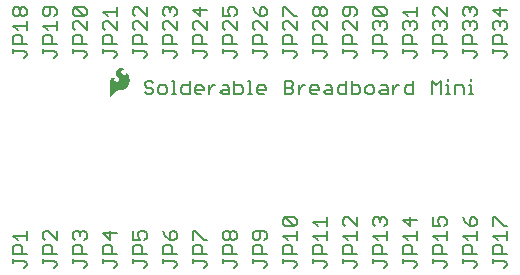
<source format=gbr>
G04 EAGLE Gerber RS-274X export*
G75*
%MOMM*%
%FSLAX34Y34*%
%LPD*%
%INSilkscreen Top*%
%IPPOS*%
%AMOC8*
5,1,8,0,0,1.08239X$1,22.5*%
G01*
%ADD10C,0.203200*%
%ADD11C,0.127000*%

G36*
X76855Y156150D02*
X76855Y156150D01*
X76855Y156248D01*
X77354Y156746D01*
X77354Y156747D01*
X77654Y157247D01*
X78154Y157746D01*
X78154Y157747D01*
X78654Y158347D01*
X79854Y159546D01*
X79854Y159547D01*
X80454Y160247D01*
X81054Y160946D01*
X82053Y161946D01*
X82553Y162246D01*
X83052Y162545D01*
X83650Y162645D01*
X85550Y162645D01*
X85551Y162645D01*
X86751Y162845D01*
X87851Y163145D01*
X87852Y163146D01*
X87852Y163145D01*
X88852Y163545D01*
X88852Y163546D01*
X88853Y163546D01*
X89853Y164146D01*
X90653Y164846D01*
X90654Y164846D01*
X91454Y165646D01*
X91454Y165647D01*
X92154Y166547D01*
X92154Y166548D01*
X93154Y168348D01*
X93155Y168349D01*
X93655Y170249D01*
X93655Y170250D01*
X93755Y171950D01*
X93755Y171951D01*
X93455Y173551D01*
X93455Y173552D01*
X92955Y175052D01*
X92954Y175052D01*
X92954Y175053D01*
X92254Y176153D01*
X91454Y177053D01*
X91453Y177053D01*
X91453Y177054D01*
X90653Y177554D01*
X90651Y177554D01*
X90651Y177555D01*
X90649Y177554D01*
X90646Y177553D01*
X90646Y177551D01*
X90645Y177550D01*
X90645Y176651D01*
X90545Y176352D01*
X90446Y176153D01*
X90147Y175854D01*
X89849Y175755D01*
X89551Y175755D01*
X88752Y175955D01*
X88352Y176154D01*
X88053Y176354D01*
X87653Y176654D01*
X87054Y177253D01*
X86854Y177553D01*
X86655Y177852D01*
X86555Y178251D01*
X86555Y178849D01*
X86655Y179148D01*
X86754Y179348D01*
X86954Y179647D01*
X87353Y179946D01*
X87752Y180145D01*
X88251Y180245D01*
X88651Y180345D01*
X89249Y180345D01*
X89448Y180246D01*
X89449Y180246D01*
X89450Y180245D01*
X89550Y180245D01*
X89551Y180246D01*
X89553Y180246D01*
X89553Y180248D01*
X89555Y180249D01*
X89553Y180251D01*
X89554Y180254D01*
X89454Y180354D01*
X89453Y180354D01*
X89053Y180654D01*
X89052Y180654D01*
X87652Y181354D01*
X87651Y181354D01*
X87651Y181355D01*
X86751Y181555D01*
X86750Y181555D01*
X85750Y181555D01*
X85749Y181555D01*
X84649Y181355D01*
X84648Y181354D01*
X83548Y180754D01*
X83547Y180754D01*
X82647Y180054D01*
X82647Y180053D01*
X82646Y180053D01*
X82146Y179253D01*
X82146Y179252D01*
X82145Y179252D01*
X81845Y178352D01*
X81845Y178351D01*
X81846Y178351D01*
X81845Y178350D01*
X81845Y177550D01*
X81846Y177549D01*
X81845Y177549D01*
X82045Y176649D01*
X82046Y176648D01*
X82546Y175748D01*
X82546Y175747D01*
X83246Y174947D01*
X84046Y174047D01*
X84046Y174046D01*
X84746Y173347D01*
X85045Y172549D01*
X85045Y171851D01*
X84846Y171253D01*
X84447Y170754D01*
X83848Y170355D01*
X83049Y170155D01*
X82250Y170155D01*
X81751Y170255D01*
X81253Y170454D01*
X80654Y171053D01*
X80455Y171352D01*
X80355Y171651D01*
X80355Y172049D01*
X80454Y172347D01*
X81053Y172946D01*
X81352Y173045D01*
X81352Y173046D01*
X81752Y173246D01*
X81753Y173247D01*
X81754Y173246D01*
X81854Y173346D01*
X81854Y173347D01*
X81854Y173349D01*
X81854Y173353D01*
X81853Y173353D01*
X81852Y173354D01*
X81452Y173554D01*
X81451Y173554D01*
X81450Y173555D01*
X80250Y173555D01*
X80249Y173555D01*
X79649Y173455D01*
X79149Y173355D01*
X79149Y173354D01*
X79148Y173355D01*
X78648Y173155D01*
X78648Y173154D01*
X78647Y173154D01*
X78247Y172854D01*
X77747Y172454D01*
X77747Y172453D01*
X77746Y172453D01*
X77146Y171453D01*
X77146Y171452D01*
X77145Y171451D01*
X76945Y170751D01*
X76845Y169951D01*
X76845Y169950D01*
X76845Y156150D01*
X76849Y156145D01*
X76855Y156150D01*
G37*
D10*
X113384Y168664D02*
X111605Y170443D01*
X108046Y170443D01*
X106266Y168664D01*
X106266Y166884D01*
X108046Y165105D01*
X111605Y165105D01*
X113384Y163325D01*
X113384Y161546D01*
X111605Y159766D01*
X108046Y159766D01*
X106266Y161546D01*
X119739Y159766D02*
X123299Y159766D01*
X125078Y161546D01*
X125078Y165105D01*
X123299Y166884D01*
X119739Y166884D01*
X117960Y165105D01*
X117960Y161546D01*
X119739Y159766D01*
X129654Y170443D02*
X131433Y170443D01*
X131433Y159766D01*
X129654Y159766D02*
X133213Y159766D01*
X144568Y159766D02*
X144568Y170443D01*
X144568Y159766D02*
X139229Y159766D01*
X137450Y161546D01*
X137450Y165105D01*
X139229Y166884D01*
X144568Y166884D01*
X150923Y159766D02*
X154482Y159766D01*
X150923Y159766D02*
X149144Y161546D01*
X149144Y165105D01*
X150923Y166884D01*
X154482Y166884D01*
X156262Y165105D01*
X156262Y163325D01*
X149144Y163325D01*
X160838Y159766D02*
X160838Y166884D01*
X160838Y163325D02*
X164397Y166884D01*
X166176Y166884D01*
X172362Y166884D02*
X175921Y166884D01*
X177701Y165105D01*
X177701Y159766D01*
X172362Y159766D01*
X170583Y161546D01*
X172362Y163325D01*
X177701Y163325D01*
X182277Y159766D02*
X182277Y170443D01*
X182277Y159766D02*
X187615Y159766D01*
X189395Y161546D01*
X189395Y165105D01*
X187615Y166884D01*
X182277Y166884D01*
X193971Y170443D02*
X195750Y170443D01*
X195750Y159766D01*
X193971Y159766D02*
X197530Y159766D01*
X203546Y159766D02*
X207105Y159766D01*
X203546Y159766D02*
X201767Y161546D01*
X201767Y165105D01*
X203546Y166884D01*
X207105Y166884D01*
X208885Y165105D01*
X208885Y163325D01*
X201767Y163325D01*
X225155Y159766D02*
X225155Y170443D01*
X230493Y170443D01*
X232273Y168664D01*
X232273Y166884D01*
X230493Y165105D01*
X232273Y163325D01*
X232273Y161546D01*
X230493Y159766D01*
X225155Y159766D01*
X225155Y165105D02*
X230493Y165105D01*
X236849Y166884D02*
X236849Y159766D01*
X236849Y163325D02*
X240408Y166884D01*
X242187Y166884D01*
X248373Y159766D02*
X251932Y159766D01*
X248373Y159766D02*
X246594Y161546D01*
X246594Y165105D01*
X248373Y166884D01*
X251932Y166884D01*
X253712Y165105D01*
X253712Y163325D01*
X246594Y163325D01*
X260067Y166884D02*
X263626Y166884D01*
X265406Y165105D01*
X265406Y159766D01*
X260067Y159766D01*
X258288Y161546D01*
X260067Y163325D01*
X265406Y163325D01*
X277100Y159766D02*
X277100Y170443D01*
X277100Y159766D02*
X271761Y159766D01*
X269982Y161546D01*
X269982Y165105D01*
X271761Y166884D01*
X277100Y166884D01*
X281676Y170443D02*
X281676Y159766D01*
X287014Y159766D01*
X288794Y161546D01*
X288794Y165105D01*
X287014Y166884D01*
X281676Y166884D01*
X295149Y159766D02*
X298708Y159766D01*
X300488Y161546D01*
X300488Y165105D01*
X298708Y166884D01*
X295149Y166884D01*
X293369Y165105D01*
X293369Y161546D01*
X295149Y159766D01*
X306843Y166884D02*
X310402Y166884D01*
X312182Y165105D01*
X312182Y159766D01*
X306843Y159766D01*
X305063Y161546D01*
X306843Y163325D01*
X312182Y163325D01*
X316757Y159766D02*
X316757Y166884D01*
X316757Y163325D02*
X320316Y166884D01*
X322096Y166884D01*
X333620Y170443D02*
X333620Y159766D01*
X328282Y159766D01*
X326502Y161546D01*
X326502Y165105D01*
X328282Y166884D01*
X333620Y166884D01*
X349890Y170443D02*
X349890Y159766D01*
X353449Y166884D02*
X349890Y170443D01*
X353449Y166884D02*
X357008Y170443D01*
X357008Y159766D01*
X361584Y166884D02*
X363364Y166884D01*
X363364Y159766D01*
X365143Y159766D02*
X361584Y159766D01*
X363364Y170443D02*
X363364Y172223D01*
X369380Y166884D02*
X369380Y159766D01*
X369380Y166884D02*
X374719Y166884D01*
X376498Y165105D01*
X376498Y159766D01*
X381074Y166884D02*
X382854Y166884D01*
X382854Y159766D01*
X384633Y159766D02*
X381074Y159766D01*
X382854Y170443D02*
X382854Y172223D01*
D11*
X6477Y14480D02*
X4570Y12573D01*
X6477Y14480D02*
X6477Y16386D01*
X4570Y18293D01*
X-4963Y18293D01*
X-4963Y16386D02*
X-4963Y20200D01*
X-4963Y24267D02*
X6477Y24267D01*
X-4963Y24267D02*
X-4963Y29987D01*
X-3056Y31893D01*
X757Y31893D01*
X2664Y29987D01*
X2664Y24267D01*
X-1150Y35961D02*
X-4963Y39774D01*
X6477Y39774D01*
X6477Y35961D02*
X6477Y43587D01*
X31877Y14480D02*
X29970Y12573D01*
X31877Y14480D02*
X31877Y16386D01*
X29970Y18293D01*
X20437Y18293D01*
X20437Y16386D02*
X20437Y20200D01*
X20437Y24267D02*
X31877Y24267D01*
X20437Y24267D02*
X20437Y29987D01*
X22344Y31893D01*
X26157Y31893D01*
X28064Y29987D01*
X28064Y24267D01*
X31877Y35961D02*
X31877Y43587D01*
X31877Y35961D02*
X24251Y43587D01*
X22344Y43587D01*
X20437Y41681D01*
X20437Y37868D01*
X22344Y35961D01*
X55370Y12573D02*
X57277Y14480D01*
X57277Y16386D01*
X55370Y18293D01*
X45837Y18293D01*
X45837Y16386D02*
X45837Y20200D01*
X45837Y24267D02*
X57277Y24267D01*
X45837Y24267D02*
X45837Y29987D01*
X47744Y31893D01*
X51557Y31893D01*
X53464Y29987D01*
X53464Y24267D01*
X47744Y35961D02*
X45837Y37868D01*
X45837Y41681D01*
X47744Y43587D01*
X49651Y43587D01*
X51557Y41681D01*
X51557Y39774D01*
X51557Y41681D02*
X53464Y43587D01*
X55370Y43587D01*
X57277Y41681D01*
X57277Y37868D01*
X55370Y35961D01*
X80770Y12573D02*
X82677Y14480D01*
X82677Y16386D01*
X80770Y18293D01*
X71237Y18293D01*
X71237Y16386D02*
X71237Y20200D01*
X71237Y24267D02*
X82677Y24267D01*
X71237Y24267D02*
X71237Y29987D01*
X73144Y31893D01*
X76957Y31893D01*
X78864Y29987D01*
X78864Y24267D01*
X82677Y41681D02*
X71237Y41681D01*
X76957Y35961D01*
X76957Y43587D01*
X106170Y12573D02*
X108077Y14480D01*
X108077Y16386D01*
X106170Y18293D01*
X96637Y18293D01*
X96637Y16386D02*
X96637Y20200D01*
X96637Y24267D02*
X108077Y24267D01*
X96637Y24267D02*
X96637Y29987D01*
X98544Y31893D01*
X102357Y31893D01*
X104264Y29987D01*
X104264Y24267D01*
X96637Y35961D02*
X96637Y43587D01*
X96637Y35961D02*
X102357Y35961D01*
X100451Y39774D01*
X100451Y41681D01*
X102357Y43587D01*
X106170Y43587D01*
X108077Y41681D01*
X108077Y37868D01*
X106170Y35961D01*
X131570Y12573D02*
X133477Y14480D01*
X133477Y16386D01*
X131570Y18293D01*
X122037Y18293D01*
X122037Y16386D02*
X122037Y20200D01*
X122037Y24267D02*
X133477Y24267D01*
X122037Y24267D02*
X122037Y29987D01*
X123944Y31893D01*
X127757Y31893D01*
X129664Y29987D01*
X129664Y24267D01*
X123944Y39774D02*
X122037Y43587D01*
X123944Y39774D02*
X127757Y35961D01*
X131570Y35961D01*
X133477Y37868D01*
X133477Y41681D01*
X131570Y43587D01*
X129664Y43587D01*
X127757Y41681D01*
X127757Y35961D01*
X156970Y12573D02*
X158877Y14480D01*
X158877Y16386D01*
X156970Y18293D01*
X147437Y18293D01*
X147437Y16386D02*
X147437Y20200D01*
X147437Y24267D02*
X158877Y24267D01*
X147437Y24267D02*
X147437Y29987D01*
X149344Y31893D01*
X153157Y31893D01*
X155064Y29987D01*
X155064Y24267D01*
X147437Y35961D02*
X147437Y43587D01*
X149344Y43587D01*
X156970Y35961D01*
X158877Y35961D01*
X182370Y12573D02*
X184277Y14480D01*
X184277Y16386D01*
X182370Y18293D01*
X172837Y18293D01*
X172837Y16386D02*
X172837Y20200D01*
X172837Y24267D02*
X184277Y24267D01*
X172837Y24267D02*
X172837Y29987D01*
X174744Y31893D01*
X178557Y31893D01*
X180464Y29987D01*
X180464Y24267D01*
X174744Y35961D02*
X172837Y37868D01*
X172837Y41681D01*
X174744Y43587D01*
X176651Y43587D01*
X178557Y41681D01*
X180464Y43587D01*
X182370Y43587D01*
X184277Y41681D01*
X184277Y37868D01*
X182370Y35961D01*
X180464Y35961D01*
X178557Y37868D01*
X176651Y35961D01*
X174744Y35961D01*
X178557Y37868D02*
X178557Y41681D01*
X207770Y12573D02*
X209677Y14480D01*
X209677Y16386D01*
X207770Y18293D01*
X198237Y18293D01*
X198237Y16386D02*
X198237Y20200D01*
X198237Y24267D02*
X209677Y24267D01*
X198237Y24267D02*
X198237Y29987D01*
X200144Y31893D01*
X203957Y31893D01*
X205864Y29987D01*
X205864Y24267D01*
X207770Y35961D02*
X209677Y37868D01*
X209677Y41681D01*
X207770Y43587D01*
X200144Y43587D01*
X198237Y41681D01*
X198237Y37868D01*
X200144Y35961D01*
X202051Y35961D01*
X203957Y37868D01*
X203957Y43587D01*
X233170Y12573D02*
X235077Y14480D01*
X235077Y16386D01*
X233170Y18293D01*
X223637Y18293D01*
X223637Y16386D02*
X223637Y20200D01*
X223637Y24267D02*
X235077Y24267D01*
X223637Y24267D02*
X223637Y29987D01*
X225544Y31893D01*
X229357Y31893D01*
X231264Y29987D01*
X231264Y24267D01*
X227451Y35961D02*
X223637Y39774D01*
X235077Y39774D01*
X235077Y35961D02*
X235077Y43587D01*
X233170Y47655D02*
X225544Y47655D01*
X223637Y49562D01*
X223637Y53375D01*
X225544Y55281D01*
X233170Y55281D01*
X235077Y53375D01*
X235077Y49562D01*
X233170Y47655D01*
X225544Y55281D01*
X260477Y14480D02*
X258570Y12573D01*
X260477Y14480D02*
X260477Y16386D01*
X258570Y18293D01*
X249037Y18293D01*
X249037Y16386D02*
X249037Y20200D01*
X249037Y24267D02*
X260477Y24267D01*
X249037Y24267D02*
X249037Y29987D01*
X250944Y31893D01*
X254757Y31893D01*
X256664Y29987D01*
X256664Y24267D01*
X252851Y35961D02*
X249037Y39774D01*
X260477Y39774D01*
X260477Y35961D02*
X260477Y43587D01*
X252851Y47655D02*
X249037Y51468D01*
X260477Y51468D01*
X260477Y47655D02*
X260477Y55281D01*
X285877Y14480D02*
X283970Y12573D01*
X285877Y14480D02*
X285877Y16386D01*
X283970Y18293D01*
X274437Y18293D01*
X274437Y16386D02*
X274437Y20200D01*
X274437Y24267D02*
X285877Y24267D01*
X274437Y24267D02*
X274437Y29987D01*
X276344Y31893D01*
X280157Y31893D01*
X282064Y29987D01*
X282064Y24267D01*
X278251Y35961D02*
X274437Y39774D01*
X285877Y39774D01*
X285877Y35961D02*
X285877Y43587D01*
X285877Y47655D02*
X285877Y55281D01*
X285877Y47655D02*
X278251Y55281D01*
X276344Y55281D01*
X274437Y53375D01*
X274437Y49562D01*
X276344Y47655D01*
X311277Y14480D02*
X309370Y12573D01*
X311277Y14480D02*
X311277Y16386D01*
X309370Y18293D01*
X299837Y18293D01*
X299837Y16386D02*
X299837Y20200D01*
X299837Y24267D02*
X311277Y24267D01*
X299837Y24267D02*
X299837Y29987D01*
X301744Y31893D01*
X305557Y31893D01*
X307464Y29987D01*
X307464Y24267D01*
X303651Y35961D02*
X299837Y39774D01*
X311277Y39774D01*
X311277Y35961D02*
X311277Y43587D01*
X301744Y47655D02*
X299837Y49562D01*
X299837Y53375D01*
X301744Y55281D01*
X303651Y55281D01*
X305557Y53375D01*
X305557Y51468D01*
X305557Y53375D02*
X307464Y55281D01*
X309370Y55281D01*
X311277Y53375D01*
X311277Y49562D01*
X309370Y47655D01*
X336677Y14480D02*
X334770Y12573D01*
X336677Y14480D02*
X336677Y16386D01*
X334770Y18293D01*
X325237Y18293D01*
X325237Y16386D02*
X325237Y20200D01*
X325237Y24267D02*
X336677Y24267D01*
X325237Y24267D02*
X325237Y29987D01*
X327144Y31893D01*
X330957Y31893D01*
X332864Y29987D01*
X332864Y24267D01*
X329051Y35961D02*
X325237Y39774D01*
X336677Y39774D01*
X336677Y35961D02*
X336677Y43587D01*
X336677Y53375D02*
X325237Y53375D01*
X330957Y47655D01*
X330957Y55281D01*
X362077Y14480D02*
X360170Y12573D01*
X362077Y14480D02*
X362077Y16386D01*
X360170Y18293D01*
X350637Y18293D01*
X350637Y16386D02*
X350637Y20200D01*
X350637Y24267D02*
X362077Y24267D01*
X350637Y24267D02*
X350637Y29987D01*
X352544Y31893D01*
X356357Y31893D01*
X358264Y29987D01*
X358264Y24267D01*
X354451Y35961D02*
X350637Y39774D01*
X362077Y39774D01*
X362077Y35961D02*
X362077Y43587D01*
X350637Y47655D02*
X350637Y55281D01*
X350637Y47655D02*
X356357Y47655D01*
X354451Y51468D01*
X354451Y53375D01*
X356357Y55281D01*
X360170Y55281D01*
X362077Y53375D01*
X362077Y49562D01*
X360170Y47655D01*
X387477Y14480D02*
X385570Y12573D01*
X387477Y14480D02*
X387477Y16386D01*
X385570Y18293D01*
X376037Y18293D01*
X376037Y16386D02*
X376037Y20200D01*
X376037Y24267D02*
X387477Y24267D01*
X376037Y24267D02*
X376037Y29987D01*
X377944Y31893D01*
X381757Y31893D01*
X383664Y29987D01*
X383664Y24267D01*
X379851Y35961D02*
X376037Y39774D01*
X387477Y39774D01*
X387477Y35961D02*
X387477Y43587D01*
X377944Y51468D02*
X376037Y55281D01*
X377944Y51468D02*
X381757Y47655D01*
X385570Y47655D01*
X387477Y49562D01*
X387477Y53375D01*
X385570Y55281D01*
X383664Y55281D01*
X381757Y53375D01*
X381757Y47655D01*
X412877Y14480D02*
X410970Y12573D01*
X412877Y14480D02*
X412877Y16386D01*
X410970Y18293D01*
X401437Y18293D01*
X401437Y16386D02*
X401437Y20200D01*
X401437Y24267D02*
X412877Y24267D01*
X401437Y24267D02*
X401437Y29987D01*
X403344Y31893D01*
X407157Y31893D01*
X409064Y29987D01*
X409064Y24267D01*
X405251Y35961D02*
X401437Y39774D01*
X412877Y39774D01*
X412877Y35961D02*
X412877Y43587D01*
X401437Y47655D02*
X401437Y55281D01*
X403344Y55281D01*
X410970Y47655D01*
X412877Y47655D01*
X6477Y192280D02*
X4570Y190373D01*
X6477Y192280D02*
X6477Y194186D01*
X4570Y196093D01*
X-4963Y196093D01*
X-4963Y194186D02*
X-4963Y198000D01*
X-4963Y202067D02*
X6477Y202067D01*
X-4963Y202067D02*
X-4963Y207787D01*
X-3056Y209693D01*
X757Y209693D01*
X2664Y207787D01*
X2664Y202067D01*
X-1150Y213761D02*
X-4963Y217574D01*
X6477Y217574D01*
X6477Y213761D02*
X6477Y221387D01*
X-3056Y225455D02*
X-4963Y227362D01*
X-4963Y231175D01*
X-3056Y233081D01*
X-1150Y233081D01*
X757Y231175D01*
X2664Y233081D01*
X4570Y233081D01*
X6477Y231175D01*
X6477Y227362D01*
X4570Y225455D01*
X2664Y225455D01*
X757Y227362D01*
X-1150Y225455D01*
X-3056Y225455D01*
X757Y227362D02*
X757Y231175D01*
X31877Y192280D02*
X29970Y190373D01*
X31877Y192280D02*
X31877Y194186D01*
X29970Y196093D01*
X20437Y196093D01*
X20437Y194186D02*
X20437Y198000D01*
X20437Y202067D02*
X31877Y202067D01*
X20437Y202067D02*
X20437Y207787D01*
X22344Y209693D01*
X26157Y209693D01*
X28064Y207787D01*
X28064Y202067D01*
X24251Y213761D02*
X20437Y217574D01*
X31877Y217574D01*
X31877Y213761D02*
X31877Y221387D01*
X29970Y225455D02*
X31877Y227362D01*
X31877Y231175D01*
X29970Y233081D01*
X22344Y233081D01*
X20437Y231175D01*
X20437Y227362D01*
X22344Y225455D01*
X24251Y225455D01*
X26157Y227362D01*
X26157Y233081D01*
X57277Y192280D02*
X55370Y190373D01*
X57277Y192280D02*
X57277Y194186D01*
X55370Y196093D01*
X45837Y196093D01*
X45837Y194186D02*
X45837Y198000D01*
X45837Y202067D02*
X57277Y202067D01*
X45837Y202067D02*
X45837Y207787D01*
X47744Y209693D01*
X51557Y209693D01*
X53464Y207787D01*
X53464Y202067D01*
X57277Y213761D02*
X57277Y221387D01*
X57277Y213761D02*
X49651Y221387D01*
X47744Y221387D01*
X45837Y219481D01*
X45837Y215668D01*
X47744Y213761D01*
X47744Y225455D02*
X55370Y225455D01*
X47744Y225455D02*
X45837Y227362D01*
X45837Y231175D01*
X47744Y233081D01*
X55370Y233081D01*
X57277Y231175D01*
X57277Y227362D01*
X55370Y225455D01*
X47744Y233081D01*
X82677Y192280D02*
X80770Y190373D01*
X82677Y192280D02*
X82677Y194186D01*
X80770Y196093D01*
X71237Y196093D01*
X71237Y194186D02*
X71237Y198000D01*
X71237Y202067D02*
X82677Y202067D01*
X71237Y202067D02*
X71237Y207787D01*
X73144Y209693D01*
X76957Y209693D01*
X78864Y207787D01*
X78864Y202067D01*
X82677Y213761D02*
X82677Y221387D01*
X82677Y213761D02*
X75051Y221387D01*
X73144Y221387D01*
X71237Y219481D01*
X71237Y215668D01*
X73144Y213761D01*
X75051Y225455D02*
X71237Y229268D01*
X82677Y229268D01*
X82677Y225455D02*
X82677Y233081D01*
X108077Y192280D02*
X106170Y190373D01*
X108077Y192280D02*
X108077Y194186D01*
X106170Y196093D01*
X96637Y196093D01*
X96637Y194186D02*
X96637Y198000D01*
X96637Y202067D02*
X108077Y202067D01*
X96637Y202067D02*
X96637Y207787D01*
X98544Y209693D01*
X102357Y209693D01*
X104264Y207787D01*
X104264Y202067D01*
X108077Y213761D02*
X108077Y221387D01*
X108077Y213761D02*
X100451Y221387D01*
X98544Y221387D01*
X96637Y219481D01*
X96637Y215668D01*
X98544Y213761D01*
X108077Y225455D02*
X108077Y233081D01*
X108077Y225455D02*
X100451Y233081D01*
X98544Y233081D01*
X96637Y231175D01*
X96637Y227362D01*
X98544Y225455D01*
X133477Y192280D02*
X131570Y190373D01*
X133477Y192280D02*
X133477Y194186D01*
X131570Y196093D01*
X122037Y196093D01*
X122037Y194186D02*
X122037Y198000D01*
X122037Y202067D02*
X133477Y202067D01*
X122037Y202067D02*
X122037Y207787D01*
X123944Y209693D01*
X127757Y209693D01*
X129664Y207787D01*
X129664Y202067D01*
X133477Y213761D02*
X133477Y221387D01*
X133477Y213761D02*
X125851Y221387D01*
X123944Y221387D01*
X122037Y219481D01*
X122037Y215668D01*
X123944Y213761D01*
X123944Y225455D02*
X122037Y227362D01*
X122037Y231175D01*
X123944Y233081D01*
X125851Y233081D01*
X127757Y231175D01*
X127757Y229268D01*
X127757Y231175D02*
X129664Y233081D01*
X131570Y233081D01*
X133477Y231175D01*
X133477Y227362D01*
X131570Y225455D01*
X158877Y192280D02*
X156970Y190373D01*
X158877Y192280D02*
X158877Y194186D01*
X156970Y196093D01*
X147437Y196093D01*
X147437Y194186D02*
X147437Y198000D01*
X147437Y202067D02*
X158877Y202067D01*
X147437Y202067D02*
X147437Y207787D01*
X149344Y209693D01*
X153157Y209693D01*
X155064Y207787D01*
X155064Y202067D01*
X158877Y213761D02*
X158877Y221387D01*
X158877Y213761D02*
X151251Y221387D01*
X149344Y221387D01*
X147437Y219481D01*
X147437Y215668D01*
X149344Y213761D01*
X147437Y231175D02*
X158877Y231175D01*
X153157Y225455D02*
X147437Y231175D01*
X153157Y233081D02*
X153157Y225455D01*
X184277Y192280D02*
X182370Y190373D01*
X184277Y192280D02*
X184277Y194186D01*
X182370Y196093D01*
X172837Y196093D01*
X172837Y194186D02*
X172837Y198000D01*
X172837Y202067D02*
X184277Y202067D01*
X172837Y202067D02*
X172837Y207787D01*
X174744Y209693D01*
X178557Y209693D01*
X180464Y207787D01*
X180464Y202067D01*
X184277Y213761D02*
X184277Y221387D01*
X184277Y213761D02*
X176651Y221387D01*
X174744Y221387D01*
X172837Y219481D01*
X172837Y215668D01*
X174744Y213761D01*
X172837Y225455D02*
X172837Y233081D01*
X172837Y225455D02*
X178557Y225455D01*
X176651Y229268D01*
X176651Y231175D01*
X178557Y233081D01*
X182370Y233081D01*
X184277Y231175D01*
X184277Y227362D01*
X182370Y225455D01*
X209677Y192280D02*
X207770Y190373D01*
X209677Y192280D02*
X209677Y194186D01*
X207770Y196093D01*
X198237Y196093D01*
X198237Y194186D02*
X198237Y198000D01*
X198237Y202067D02*
X209677Y202067D01*
X198237Y202067D02*
X198237Y207787D01*
X200144Y209693D01*
X203957Y209693D01*
X205864Y207787D01*
X205864Y202067D01*
X209677Y213761D02*
X209677Y221387D01*
X209677Y213761D02*
X202051Y221387D01*
X200144Y221387D01*
X198237Y219481D01*
X198237Y215668D01*
X200144Y213761D01*
X200144Y229268D02*
X198237Y233081D01*
X200144Y229268D02*
X203957Y225455D01*
X207770Y225455D01*
X209677Y227362D01*
X209677Y231175D01*
X207770Y233081D01*
X205864Y233081D01*
X203957Y231175D01*
X203957Y225455D01*
X235077Y192280D02*
X233170Y190373D01*
X235077Y192280D02*
X235077Y194186D01*
X233170Y196093D01*
X223637Y196093D01*
X223637Y194186D02*
X223637Y198000D01*
X223637Y202067D02*
X235077Y202067D01*
X223637Y202067D02*
X223637Y207787D01*
X225544Y209693D01*
X229357Y209693D01*
X231264Y207787D01*
X231264Y202067D01*
X235077Y213761D02*
X235077Y221387D01*
X235077Y213761D02*
X227451Y221387D01*
X225544Y221387D01*
X223637Y219481D01*
X223637Y215668D01*
X225544Y213761D01*
X223637Y225455D02*
X223637Y233081D01*
X225544Y233081D01*
X233170Y225455D01*
X235077Y225455D01*
X260477Y192280D02*
X258570Y190373D01*
X260477Y192280D02*
X260477Y194186D01*
X258570Y196093D01*
X249037Y196093D01*
X249037Y194186D02*
X249037Y198000D01*
X249037Y202067D02*
X260477Y202067D01*
X249037Y202067D02*
X249037Y207787D01*
X250944Y209693D01*
X254757Y209693D01*
X256664Y207787D01*
X256664Y202067D01*
X260477Y213761D02*
X260477Y221387D01*
X260477Y213761D02*
X252851Y221387D01*
X250944Y221387D01*
X249037Y219481D01*
X249037Y215668D01*
X250944Y213761D01*
X250944Y225455D02*
X249037Y227362D01*
X249037Y231175D01*
X250944Y233081D01*
X252851Y233081D01*
X254757Y231175D01*
X256664Y233081D01*
X258570Y233081D01*
X260477Y231175D01*
X260477Y227362D01*
X258570Y225455D01*
X256664Y225455D01*
X254757Y227362D01*
X252851Y225455D01*
X250944Y225455D01*
X254757Y227362D02*
X254757Y231175D01*
X285877Y192280D02*
X283970Y190373D01*
X285877Y192280D02*
X285877Y194186D01*
X283970Y196093D01*
X274437Y196093D01*
X274437Y194186D02*
X274437Y198000D01*
X274437Y202067D02*
X285877Y202067D01*
X274437Y202067D02*
X274437Y207787D01*
X276344Y209693D01*
X280157Y209693D01*
X282064Y207787D01*
X282064Y202067D01*
X285877Y213761D02*
X285877Y221387D01*
X285877Y213761D02*
X278251Y221387D01*
X276344Y221387D01*
X274437Y219481D01*
X274437Y215668D01*
X276344Y213761D01*
X283970Y225455D02*
X285877Y227362D01*
X285877Y231175D01*
X283970Y233081D01*
X276344Y233081D01*
X274437Y231175D01*
X274437Y227362D01*
X276344Y225455D01*
X278251Y225455D01*
X280157Y227362D01*
X280157Y233081D01*
X311277Y192280D02*
X309370Y190373D01*
X311277Y192280D02*
X311277Y194186D01*
X309370Y196093D01*
X299837Y196093D01*
X299837Y194186D02*
X299837Y198000D01*
X299837Y202067D02*
X311277Y202067D01*
X299837Y202067D02*
X299837Y207787D01*
X301744Y209693D01*
X305557Y209693D01*
X307464Y207787D01*
X307464Y202067D01*
X301744Y213761D02*
X299837Y215668D01*
X299837Y219481D01*
X301744Y221387D01*
X303651Y221387D01*
X305557Y219481D01*
X305557Y217574D01*
X305557Y219481D02*
X307464Y221387D01*
X309370Y221387D01*
X311277Y219481D01*
X311277Y215668D01*
X309370Y213761D01*
X309370Y225455D02*
X301744Y225455D01*
X299837Y227362D01*
X299837Y231175D01*
X301744Y233081D01*
X309370Y233081D01*
X311277Y231175D01*
X311277Y227362D01*
X309370Y225455D01*
X301744Y233081D01*
X336677Y192280D02*
X334770Y190373D01*
X336677Y192280D02*
X336677Y194186D01*
X334770Y196093D01*
X325237Y196093D01*
X325237Y194186D02*
X325237Y198000D01*
X325237Y202067D02*
X336677Y202067D01*
X325237Y202067D02*
X325237Y207787D01*
X327144Y209693D01*
X330957Y209693D01*
X332864Y207787D01*
X332864Y202067D01*
X327144Y213761D02*
X325237Y215668D01*
X325237Y219481D01*
X327144Y221387D01*
X329051Y221387D01*
X330957Y219481D01*
X330957Y217574D01*
X330957Y219481D02*
X332864Y221387D01*
X334770Y221387D01*
X336677Y219481D01*
X336677Y215668D01*
X334770Y213761D01*
X329051Y225455D02*
X325237Y229268D01*
X336677Y229268D01*
X336677Y225455D02*
X336677Y233081D01*
X362077Y192280D02*
X360170Y190373D01*
X362077Y192280D02*
X362077Y194186D01*
X360170Y196093D01*
X350637Y196093D01*
X350637Y194186D02*
X350637Y198000D01*
X350637Y202067D02*
X362077Y202067D01*
X350637Y202067D02*
X350637Y207787D01*
X352544Y209693D01*
X356357Y209693D01*
X358264Y207787D01*
X358264Y202067D01*
X352544Y213761D02*
X350637Y215668D01*
X350637Y219481D01*
X352544Y221387D01*
X354451Y221387D01*
X356357Y219481D01*
X356357Y217574D01*
X356357Y219481D02*
X358264Y221387D01*
X360170Y221387D01*
X362077Y219481D01*
X362077Y215668D01*
X360170Y213761D01*
X362077Y225455D02*
X362077Y233081D01*
X362077Y225455D02*
X354451Y233081D01*
X352544Y233081D01*
X350637Y231175D01*
X350637Y227362D01*
X352544Y225455D01*
X387477Y192280D02*
X385570Y190373D01*
X387477Y192280D02*
X387477Y194186D01*
X385570Y196093D01*
X376037Y196093D01*
X376037Y194186D02*
X376037Y198000D01*
X376037Y202067D02*
X387477Y202067D01*
X376037Y202067D02*
X376037Y207787D01*
X377944Y209693D01*
X381757Y209693D01*
X383664Y207787D01*
X383664Y202067D01*
X377944Y213761D02*
X376037Y215668D01*
X376037Y219481D01*
X377944Y221387D01*
X379851Y221387D01*
X381757Y219481D01*
X381757Y217574D01*
X381757Y219481D02*
X383664Y221387D01*
X385570Y221387D01*
X387477Y219481D01*
X387477Y215668D01*
X385570Y213761D01*
X377944Y225455D02*
X376037Y227362D01*
X376037Y231175D01*
X377944Y233081D01*
X379851Y233081D01*
X381757Y231175D01*
X381757Y229268D01*
X381757Y231175D02*
X383664Y233081D01*
X385570Y233081D01*
X387477Y231175D01*
X387477Y227362D01*
X385570Y225455D01*
X412877Y192280D02*
X410970Y190373D01*
X412877Y192280D02*
X412877Y194186D01*
X410970Y196093D01*
X401437Y196093D01*
X401437Y194186D02*
X401437Y198000D01*
X401437Y202067D02*
X412877Y202067D01*
X401437Y202067D02*
X401437Y207787D01*
X403344Y209693D01*
X407157Y209693D01*
X409064Y207787D01*
X409064Y202067D01*
X403344Y213761D02*
X401437Y215668D01*
X401437Y219481D01*
X403344Y221387D01*
X405251Y221387D01*
X407157Y219481D01*
X407157Y217574D01*
X407157Y219481D02*
X409064Y221387D01*
X410970Y221387D01*
X412877Y219481D01*
X412877Y215668D01*
X410970Y213761D01*
X412877Y231175D02*
X401437Y231175D01*
X407157Y225455D01*
X407157Y233081D01*
M02*

</source>
